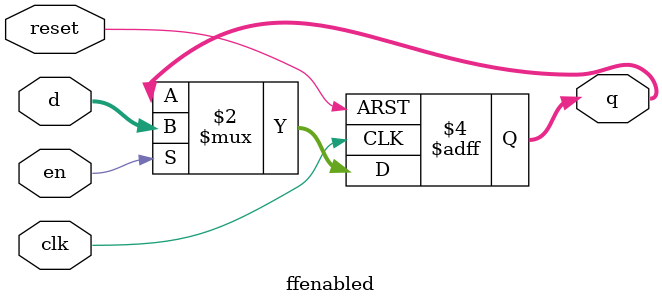
<source format=v>
module ffenabled #(parameter WIDTH=8)(
    input clk,reset,en,
    input[WIDTH-1:0] d,
    output reg[WIDTH-1:0] q
);
    always @(posedge clk,posedge reset)begin
        if(reset)
            q<=0;
        else if(en)
            q<=d;
    end
endmodule
</source>
